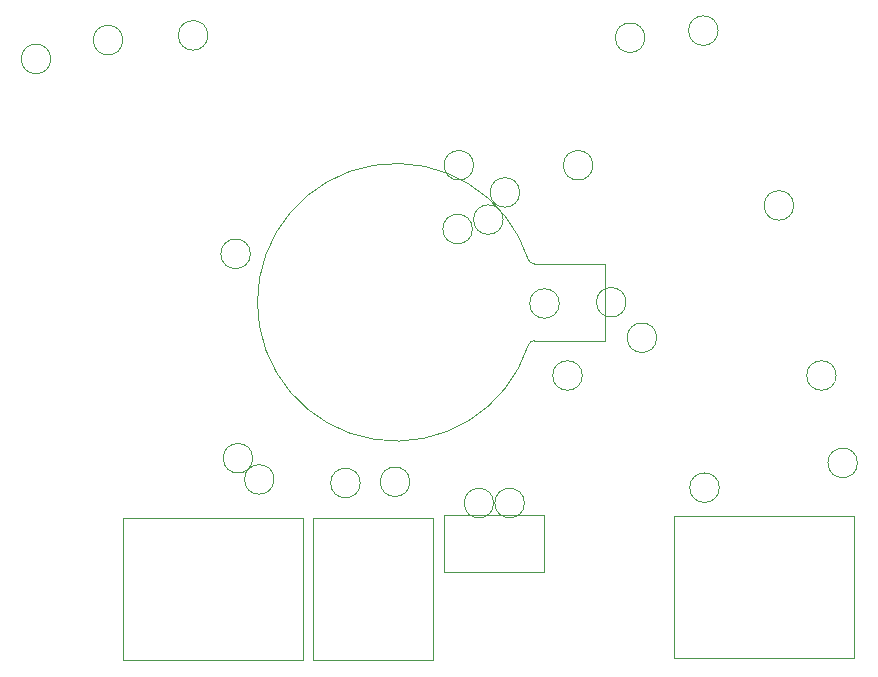
<source format=gbr>
G04 #@! TF.GenerationSoftware,KiCad,Pcbnew,7.0.1*
G04 #@! TF.CreationDate,2023-05-18T20:02:15+01:00*
G04 #@! TF.ProjectId,AnthC,416e7468-432e-46b6-9963-61645f706362,rev?*
G04 #@! TF.SameCoordinates,Original*
G04 #@! TF.FileFunction,Other,User*
%FSLAX46Y46*%
G04 Gerber Fmt 4.6, Leading zero omitted, Abs format (unit mm)*
G04 Created by KiCad (PCBNEW 7.0.1) date 2023-05-18 20:02:15*
%MOMM*%
%LPD*%
G01*
G04 APERTURE LIST*
%ADD10C,0.050000*%
%ADD11C,0.120000*%
G04 APERTURE END LIST*
D10*
X242850000Y-131650000D02*
X242850000Y-125150000D01*
X242850000Y-131650000D02*
X236900000Y-131650000D01*
X242850000Y-125150000D02*
X236900000Y-125150000D01*
X236383169Y-124788111D02*
G75*
G03*
X236900000Y-125150000I516831J188111D01*
G01*
X213445366Y-128331517D02*
G75*
G03*
X236390000Y-132000000I11754634J-68483D01*
G01*
X236900000Y-131650000D02*
G75*
G03*
X236383169Y-132011889I0J-550000D01*
G01*
X236390000Y-124800000D02*
G75*
G03*
X213445366Y-128468483I-11190000J-3600000D01*
G01*
X237750000Y-151200000D02*
X229250000Y-151200000D01*
X237750000Y-146400000D02*
X237750000Y-151200000D01*
X229250000Y-151200000D02*
X229250000Y-146400000D01*
X229250000Y-146400000D02*
X237750000Y-146400000D01*
X213050000Y-141600000D02*
G75*
G03*
X213050000Y-141600000I-1250000J0D01*
G01*
X236050000Y-145400000D02*
G75*
G03*
X236050000Y-145400000I-1250000J0D01*
G01*
X247250000Y-131400000D02*
G75*
G03*
X247250000Y-131400000I-1250000J0D01*
G01*
X239000000Y-128500000D02*
G75*
G03*
X239000000Y-128500000I-1250000J0D01*
G01*
X241850000Y-116800000D02*
G75*
G03*
X241850000Y-116800000I-1250000J0D01*
G01*
X234250000Y-121400000D02*
G75*
G03*
X234250000Y-121400000I-1250000J0D01*
G01*
X235650000Y-119100000D02*
G75*
G03*
X235650000Y-119100000I-1250000J0D01*
G01*
X209250000Y-105800000D02*
G75*
G03*
X209250000Y-105800000I-1250000J0D01*
G01*
X195950000Y-107800000D02*
G75*
G03*
X195950000Y-107800000I-1250000J0D01*
G01*
X231750000Y-116800000D02*
G75*
G03*
X231750000Y-116800000I-1250000J0D01*
G01*
X202050000Y-106200000D02*
G75*
G03*
X202050000Y-106200000I-1250000J0D01*
G01*
X264250000Y-142000000D02*
G75*
G03*
X264250000Y-142000000I-1250000J0D01*
G01*
X258850000Y-120200000D02*
G75*
G03*
X258850000Y-120200000I-1250000J0D01*
G01*
X252450000Y-105400000D02*
G75*
G03*
X252450000Y-105400000I-1250000J0D01*
G01*
X246250000Y-106000000D02*
G75*
G03*
X246250000Y-106000000I-1250000J0D01*
G01*
X244650000Y-128400000D02*
G75*
G03*
X244650000Y-128400000I-1250000J0D01*
G01*
X262450000Y-134600000D02*
G75*
G03*
X262450000Y-134600000I-1250000J0D01*
G01*
X231650000Y-122200000D02*
G75*
G03*
X231650000Y-122200000I-1250000J0D01*
G01*
X214850000Y-143400000D02*
G75*
G03*
X214850000Y-143400000I-1250000J0D01*
G01*
X212850000Y-124300000D02*
G75*
G03*
X212850000Y-124300000I-1250000J0D01*
G01*
D11*
X264000000Y-158500000D02*
X264000000Y-146500000D01*
X264000000Y-146500000D02*
X248760000Y-146500000D01*
X248760000Y-158500000D02*
X264000000Y-158500000D01*
X248760000Y-146500000D02*
X248760000Y-158500000D01*
D10*
X252550000Y-144100000D02*
G75*
G03*
X252550000Y-144100000I-1250000J0D01*
G01*
X233450000Y-145400000D02*
G75*
G03*
X233450000Y-145400000I-1250000J0D01*
G01*
X226350000Y-143600000D02*
G75*
G03*
X226350000Y-143600000I-1250000J0D01*
G01*
X222150000Y-143700000D02*
G75*
G03*
X222150000Y-143700000I-1250000J0D01*
G01*
X240950000Y-134600000D02*
G75*
G03*
X240950000Y-134600000I-1250000J0D01*
G01*
D11*
X217300000Y-158700000D02*
X217300000Y-146700000D01*
X217300000Y-146700000D02*
X202060000Y-146700000D01*
X202060000Y-158700000D02*
X217300000Y-158700000D01*
X202060000Y-146700000D02*
X202060000Y-158700000D01*
X228300000Y-158700000D02*
X228300000Y-146700000D01*
X228300000Y-146700000D02*
X218140000Y-146700000D01*
X218140000Y-158700000D02*
X228300000Y-158700000D01*
X218140000Y-146700000D02*
X218140000Y-158700000D01*
M02*

</source>
